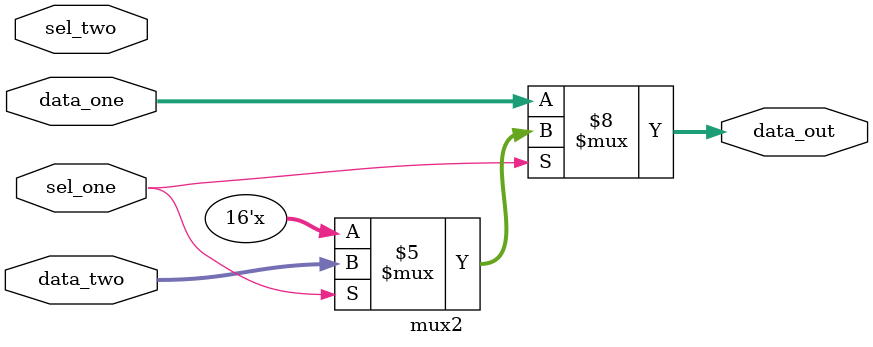
<source format=v>
`timescale 1ns / 1ps
module mux2(
		data_one,
		data_two,
		sel_one,
		sel_two,
		data_out
    );
	 
	 parameter width = 16;
	 input [width-1:0] data_one;
	 input [width-1:0] data_two;
	 input sel_one,sel_two;
	 output reg [width-1:0] data_out;
	 
	 always @ (sel_one or sel_two or data_one or data_two) begin
		if (sel_one == 1'b0) begin
			 data_out <= data_one;
		end 
		else if (sel_one == 1'b1) begin
			data_out <= data_two ;
		end
		else
			data_out <= 16'bz;
	end


endmodule

</source>
